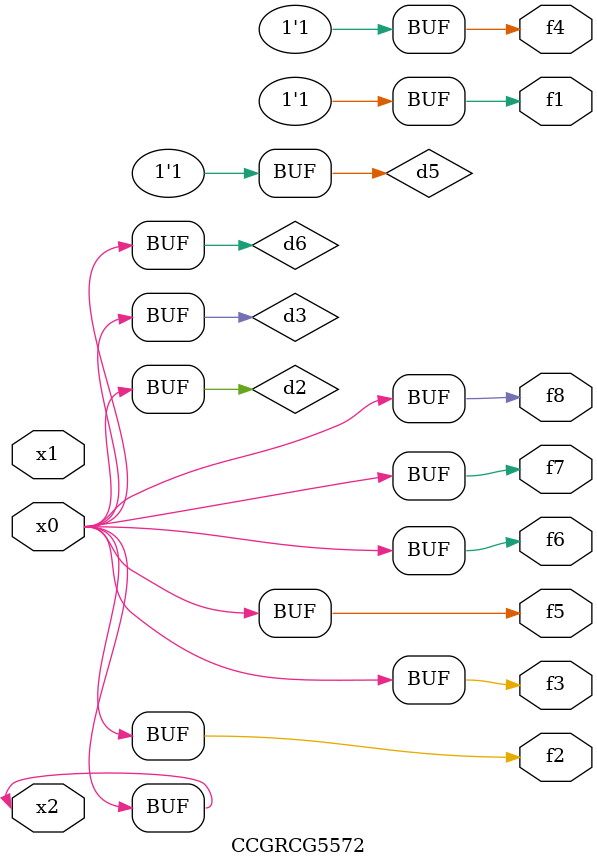
<source format=v>
module CCGRCG5572(
	input x0, x1, x2,
	output f1, f2, f3, f4, f5, f6, f7, f8
);

	wire d1, d2, d3, d4, d5, d6;

	xnor (d1, x2);
	buf (d2, x0, x2);
	and (d3, x0);
	xnor (d4, x1, x2);
	nand (d5, d1, d3);
	buf (d6, d2, d3);
	assign f1 = d5;
	assign f2 = d6;
	assign f3 = d6;
	assign f4 = d5;
	assign f5 = d6;
	assign f6 = d6;
	assign f7 = d6;
	assign f8 = d6;
endmodule

</source>
